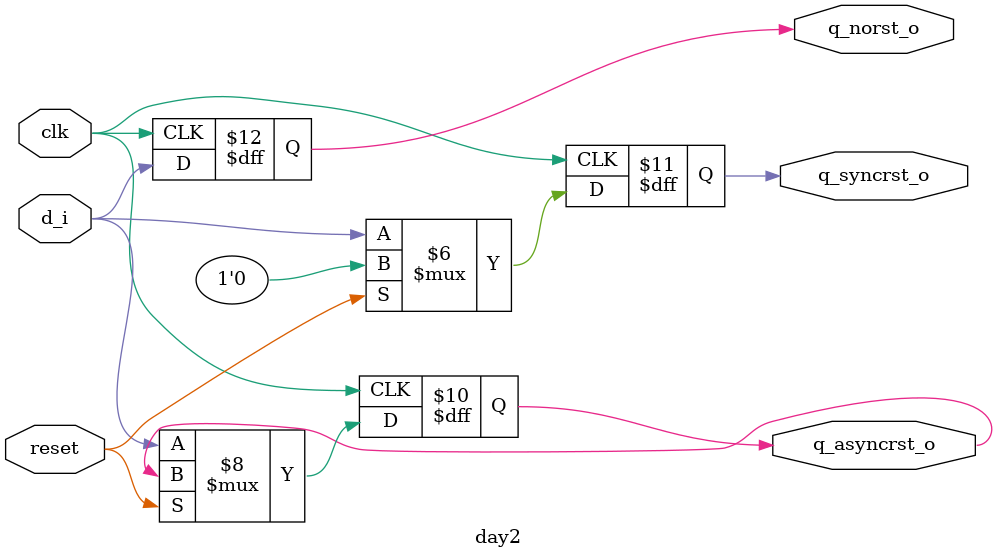
<source format=sv>
module day2(
input     logic      clk,
input     logic      reset,

input     logic      d_i,        

output    logic      q_norst_o,
output    logic      q_syncrst_o,
output    logic      q_asyncrst_o
);

  always_ff @(posedge clk)
  begin
	q_norst_o = d_i;
  end

  always_ff @(posedge clk )
  begin
	if(reset)
		q_syncrst_o = 0;
	else
		q_syncrst_o = d_i;
  end

  always_ff @(posedge clk or posedge reset)
  begin
	if(!reset)
	q_asyncrst_o = d_i;
  end



endmodule
</source>
